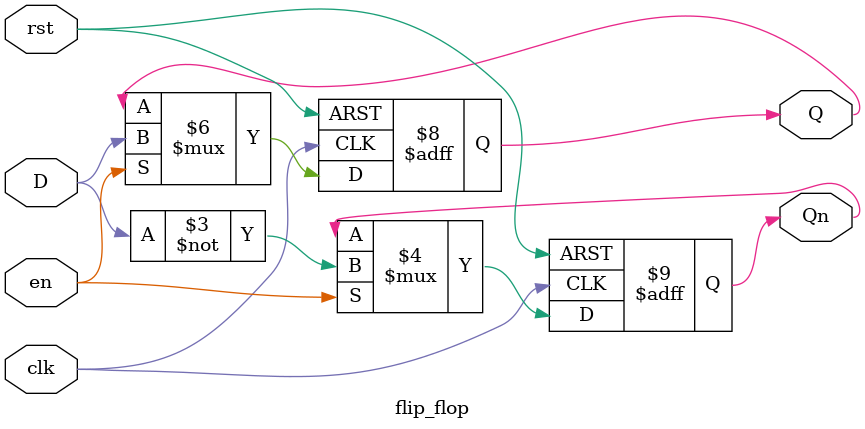
<source format=sv>
module flip_flop (
    input  logic D, clk, rst, en,  // Added enable input
    output logic Q, Qn
);
    always_ff @(posedge clk or negedge rst) begin
        if (!rst) begin
            Q  <= 0;
            Qn <= 1;
        end 
        else if (en) begin  // Only update when enable is high
            Q  <= D;
            Qn <= ~D;
        end
        // When en is low, Q and Qn maintain their previous values
    end
endmodule
</source>
